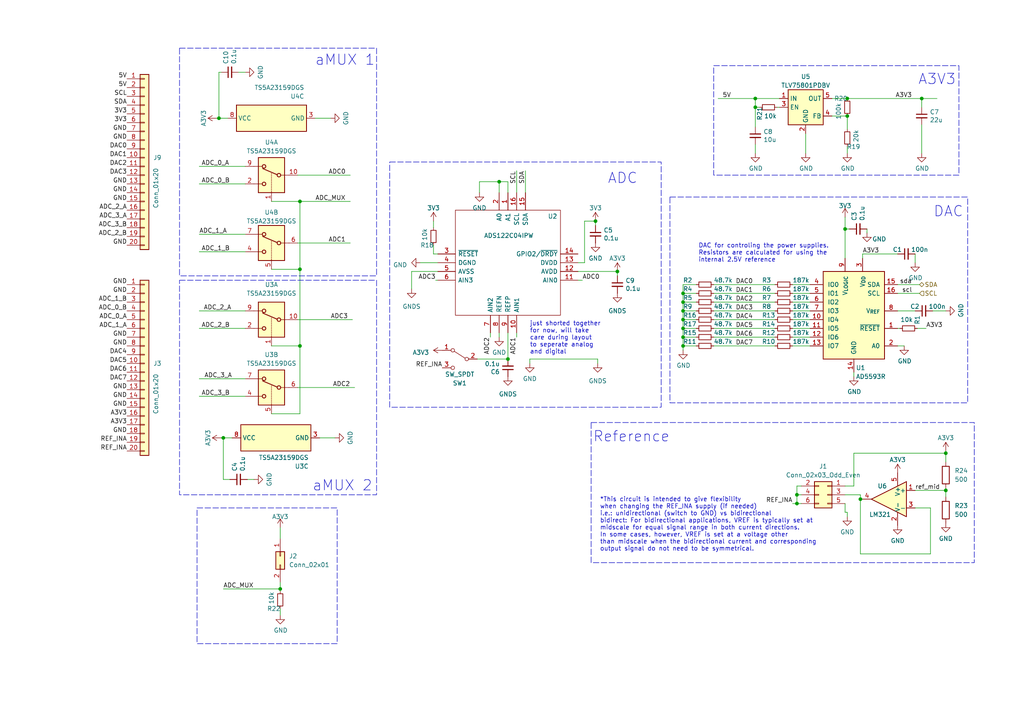
<source format=kicad_sch>
(kicad_sch (version 20231120) (generator "eeschema") (generator_version "8.0")
  (paper "A4")
  (lib_symbols
    (symbol "Amplifier_Operational:LM321" (pin_names (offset 0.127))
      (property "Reference" "U" (at 0 7.62 0))
      (property "Value" "LM321" (at 0 5.08 0))
      (symbol "LM321_1_1"
        (pin input line (at -7.62 2.54 0) (length 2.54) (name "+") (number "1"))
        (pin power_in line (at -2.54 -7.62 90) (length 3.81) (name "V-") (number "2"))
        (pin input line (at -7.62 -2.54 0) (length 2.54) (name "-") (number "3"))
        (pin output line (at 7.62 0 180) (length 2.54) (name "~") (number "4"))
        (pin power_in line (at -2.54 7.62 270) (length 3.81) (name "V+") (number "5"))
      )
    )
    (symbol "Analog:AD5593R" (pin_names (offset 1.27))
      (property "Reference" "U" (at -8.89 15.24 0))
      (property "Value" "AD5593R" (at 3.81 15.24 0))
      (symbol "AD5593R_1_1"
        (pin input line (at -12.7 -2.54 0) (length 3.81) (name "~{RESET}") (number "1"))
        (pin bidirectional line (at 12.7 0 180) (length 3.81) (name "IO4") (number "10"))
        (pin bidirectional line (at 12.7 -2.54 180) (length 3.81) (name "IO5") (number "11"))
        (pin bidirectional line (at 12.7 -5.08 180) (length 3.81) (name "IO6") (number "12"))
        (pin bidirectional line (at 12.7 -7.62 180) (length 3.81) (name "IO7") (number "13"))
        (pin power_in line (at 0 -15.24 90) (length 3.81) (name "GND") (number "14"))
        (pin bidirectional line (at -12.7 10.16 0) (length 3.81) (name "SDA") (number "15"))
        (pin input line (at -12.7 7.62 0) (length 3.81) (name "SCL") (number "16"))
        (pin input line (at -12.7 -7.62 0) (length 3.81) (name "A0") (number "2"))
        (pin power_in line (at -2.54 17.78 270) (length 3.81) (name "V_{DD}") (number "3"))
        (pin bidirectional line (at 12.7 10.16 180) (length 3.81) (name "IO0") (number "4"))
        (pin bidirectional line (at 12.7 7.62 180) (length 3.81) (name "IO1") (number "5"))
        (pin bidirectional line (at 12.7 5.08 180) (length 3.81) (name "IO2") (number "6"))
        (pin bidirectional line (at 12.7 2.54 180) (length 3.81) (name "IO3") (number "7"))
        (pin passive line (at -12.7 2.54 0) (length 3.81) (name "V_{REF}") (number "8"))
        (pin power_in line (at 2.54 17.78 270) (length 3.81) (name "V_{LOGIC}") (number "9"))
      )
    )
    (symbol "Analog_Switch:TS5A23159DGS"
      (property "Reference" "U" (at -5.08 8.89 0))
      (property "Value" "TS5A23159DGS" (at -5.08 6.985 0))
      (symbol "TS5A23159DGS_1_1"
        (pin input line (at 0 -7.62 90) (length 2.54) (name "~") (number "1"))
        (pin passive line (at -7.62 0 0) (length 2.54) (name "~") (number "10"))
        (pin passive line (at 7.62 -2.54 180) (length 2.54) (name "~") (number "2"))
        (pin passive line (at 7.62 2.54 180) (length 2.54) (name "~") (number "9"))
      )
      (symbol "TS5A23159DGS_2_1"
        (pin passive line (at 7.62 -2.54 180) (length 2.54) (name "~") (number "4"))
        (pin input line (at 0 -7.62 90) (length 2.54) (name "~") (number "5"))
        (pin passive line (at -7.62 0 0) (length 2.54) (name "~") (number "6"))
        (pin passive line (at 7.62 2.54 180) (length 2.54) (name "~") (number "7"))
      )
      (symbol "TS5A23159DGS_3_1"
        (pin power_in line (at 0 -12.7 90) (length 2.54) (name "GND") (number "3"))
        (pin power_in line (at 0 12.7 270) (length 2.54) (name "VCC") (number "8"))
      )
    )
    (symbol "Connector_Generic:Conn_01x20" (pin_names (offset 1.016) hide)
      (property "Reference" "J" (at 0 25.4 0))
      (property "Value" "Conn_01x20" (at 0 -27.94 0))
      (symbol "Conn_01x20_1_1"
        (pin passive line (at -5.08 22.86 0) (length 3.81) (name "Pin_1") (number "1"))
        (pin passive line (at -5.08 0 0) (length 3.81) (name "Pin_10") (number "10"))
        (pin passive line (at -5.08 -2.54 0) (length 3.81) (name "Pin_11") (number "11"))
        (pin passive line (at -5.08 -5.08 0) (length 3.81) (name "Pin_12") (number "12"))
        (pin passive line (at -5.08 -7.62 0) (length 3.81) (name "Pin_13") (number "13"))
        (pin passive line (at -5.08 -10.16 0) (length 3.81) (name "Pin_14") (number "14"))
        (pin passive line (at -5.08 -12.7 0) (length 3.81) (name "Pin_15") (number "15"))
        (pin passive line (at -5.08 -15.24 0) (length 3.81) (name "Pin_16") (number "16"))
        (pin passive line (at -5.08 -17.78 0) (length 3.81) (name "Pin_17") (number "17"))
        (pin passive line (at -5.08 -20.32 0) (length 3.81) (name "Pin_18") (number "18"))
        (pin passive line (at -5.08 -22.86 0) (length 3.81) (name "Pin_19") (number "19"))
        (pin passive line (at -5.08 20.32 0) (length 3.81) (name "Pin_2") (number "2"))
        (pin passive line (at -5.08 -25.4 0) (length 3.81) (name "Pin_20") (number "20"))
        (pin passive line (at -5.08 17.78 0) (length 3.81) (name "Pin_3") (number "3"))
        (pin passive line (at -5.08 15.24 0) (length 3.81) (name "Pin_4") (number "4"))
        (pin passive line (at -5.08 12.7 0) (length 3.81) (name "Pin_5") (number "5"))
        (pin passive line (at -5.08 10.16 0) (length 3.81) (name "Pin_6") (number "6"))
        (pin passive line (at -5.08 7.62 0) (length 3.81) (name "Pin_7") (number "7"))
        (pin passive line (at -5.08 5.08 0) (length 3.81) (name "Pin_8") (number "8"))
        (pin passive line (at -5.08 2.54 0) (length 3.81) (name "Pin_9") (number "9"))
      )
    )
    (symbol "Connector_Generic:Conn_02x01" (pin_names (offset 1.016) hide)
      (property "Reference" "J" (at 1.27 2.54 0))
      (property "Value" "Conn_02x01" (at 1.27 -2.54 0))
      (symbol "Conn_02x01_1_1"
        (pin passive line (at -5.08 0 0) (length 3.81) (name "Pin_1") (number "1"))
        (pin passive line (at 7.62 0 180) (length 3.81) (name "Pin_2") (number "2"))
      )
    )
    (symbol "Connector_Generic:Conn_02x03_Odd_Even" (pin_names (offset 1.016) hide)
      (property "Reference" "J" (at 1.27 5.08 0))
      (property "Value" "Conn_02x03_Odd_Even" (at 1.27 -5.08 0))
      (symbol "Conn_02x03_Odd_Even_1_1"
        (pin passive line (at -5.08 2.54 0) (length 3.81) (name "Pin_1") (number "1"))
        (pin passive line (at 7.62 2.54 180) (length 3.81) (name "Pin_2") (number "2"))
        (pin passive line (at -5.08 0 0) (length 3.81) (name "Pin_3") (number "3"))
        (pin passive line (at 7.62 0 180) (length 3.81) (name "Pin_4") (number "4"))
        (pin passive line (at -5.08 -2.54 0) (length 3.81) (name "Pin_5") (number "5"))
        (pin passive line (at 7.62 -2.54 180) (length 3.81) (name "Pin_6") (number "6"))
      )
    )
    (symbol "Device:C_Small" (pin_numbers hide) (pin_names (offset 0.254) hide)
      (property "Reference" "C" (at 0.254 1.778 0))
      (property "Value" "C_Small" (at 0.254 -2.032 0))
      (symbol "C_Small_1_1"
        (pin passive line (at 0 2.54 270) (length 2.032) (name "~") (number "1"))
        (pin passive line (at 0 -2.54 90) (length 2.032) (name "~") (number "2"))
      )
    )
    (symbol "Device:R" (pin_numbers hide) (pin_names (offset 0))
      (property "Reference" "R" (at 2.032 0 90))
      (property "Value" "R" (at 0 0 90))
      (symbol "R_1_1"
        (pin passive line (at 0 3.81 270) (length 1.27) (name "~") (number "1"))
        (pin passive line (at 0 -3.81 90) (length 1.27) (name "~") (number "2"))
      )
    )
    (symbol "Device:R_Small" (pin_numbers hide) (pin_names (offset 0.254) hide)
      (property "Reference" "R" (at 0.762 0.508 0))
      (property "Value" "R_Small" (at 0.762 -1.016 0))
      (symbol "R_Small_1_1"
        (pin passive line (at 0 2.54 270) (length 0.762) (name "~") (number "1"))
        (pin passive line (at 0 -2.54 90) (length 0.762) (name "~") (number "2"))
      )
    )
    (symbol "External-lib:ADS122C04IPW" (pin_names (offset 0.762))
      (property "Reference" "IC" (at 36.83 17.78 0))
      (property "Value" "ADS122C04IPW" (at 36.83 15.24 0))
      (symbol "ADS122C04IPW_0_0"
        (pin passive line (at 22.86 -22.86 90) (length 5.08) (name "AIN1") (number "10"))
        (pin passive line (at 40.64 -7.62 180) (length 5.08) (name "AIN0") (number "11"))
        (pin passive line (at 40.64 -5.08 180) (length 5.08) (name "AVDD") (number "12"))
        (pin passive line (at 40.64 -2.54 180) (length 5.08) (name "DVDD") (number "13"))
        (pin passive line (at 40.64 0 180) (length 5.08) (name "GPIO2/~{DRDY}") (number "14"))
        (pin passive line (at 0 0 0) (length 5.08) (name "~{RESET}") (number "3"))
        (pin passive line (at 0 -2.54 0) (length 5.08) (name "DGND") (number "4"))
        (pin passive line (at 0 -5.08 0) (length 5.08) (name "AVSS") (number "5"))
        (pin passive line (at 0 -7.62 0) (length 5.08) (name "AIN3") (number "6"))
        (pin passive line (at 15.24 -22.86 90) (length 5.08) (name "AIN2") (number "7"))
        (pin passive line (at 17.78 -22.86 90) (length 5.08) (name "REFN") (number "8"))
        (pin passive line (at 20.32 -22.86 90) (length 5.08) (name "REFP") (number "9"))
      )
      (symbol "ADS122C04IPW_1_0"
        (pin passive line (at 20.32 17.78 270) (length 5.08) (name "A1") (number "1"))
        (pin passive line (at 25.4 17.78 270) (length 5.08) (name "SDA") (number "15"))
        (pin passive line (at 22.86 17.78 270) (length 5.08) (name "SCL") (number "16"))
        (pin passive line (at 17.78 17.78 270) (length 5.08) (name "A0") (number "2"))
      )
    )
    (symbol "Regulator_Linear:TLV75801PDBV"
      (property "Reference" "U" (at -3.81 6.35 0))
      (property "Value" "TLV75801PDBV" (at 0 6.35 0))
      (symbol "TLV75801PDBV_1_1"
        (pin power_in line (at -7.62 2.54 0) (length 2.54) (name "IN") (number "1"))
        (pin power_in line (at 0 -7.62 90) (length 2.54) (name "GND") (number "2"))
        (pin input line (at -7.62 0 0) (length 2.54) (name "EN") (number "3"))
        (pin input line (at 7.62 -2.54 180) (length 2.54) (name "FB") (number "4"))
        (pin power_out line (at 7.62 2.54 180) (length 2.54) (name "OUT") (number "5"))
      )
    )
    (symbol "Switch:SW_SPDT" (pin_names (offset 0) hide)
      (property "Reference" "SW" (at 0 4.318 0))
      (property "Value" "SW_SPDT" (at 0 -5.08 0))
      (symbol "SW_SPDT_1_1"
        (pin passive line (at 5.08 2.54 180) (length 2.54) (name "A") (number "1"))
        (pin passive line (at -5.08 0 0) (length 2.54) (name "B") (number "2"))
        (pin passive line (at 5.08 -2.54 180) (length 2.54) (name "C") (number "3"))
      )
    )
    (symbol "power:+3.3V" (power) (pin_names (offset 0))
      (property "Value" "+3.3V" (at 0 3.556 0))
      (symbol "+3.3V_1_1"
        (pin power_in line (at 0 0 90) (length 0) hide (name "+3.3V") (number "1"))
      )
    )
    (symbol "power:+3.3VA" (power) (pin_names (offset 0))
      (property "Value" "+3.3VA" (at 0 3.556 0))
      (symbol "+3.3VA_1_1"
        (pin power_in line (at 0 0 90) (length 0) hide (name "+3.3VA") (number "1"))
      )
    )
    (symbol "power:GND" (power) (pin_names (offset 0))
      (property "Value" "GND" (at 0 -3.81 0))
      (symbol "GND_1_1"
        (pin power_in line (at 0 0 270) (length 0) hide (name "GND") (number "1"))
      )
    )
    (symbol "power:GNDS" (power) (pin_names (offset 0))
      (property "Value" "GNDS" (at 0 -3.81 0))
      (symbol "GNDS_1_1"
        (pin power_in line (at 0 0 270) (length 0) hide (name "GNDS") (number "1"))
      )
    )
  )
  (junction (at 219.075 28.575))
  (junction (at 86.995 100.33))
  (junction (at 81.28 170.815))
  (junction (at 63.5 34.29))
  (junction (at 245.745 33.655))
  (junction (at 249.555 144.78))
  (junction (at 198.12 90.17))
  (junction (at 219.075 31.115))
  (junction (at 179.07 78.74))
  (junction (at 198.12 97.79))
  (junction (at 86.995 58.42))
  (junction (at 172.72 64.135))
  (junction (at 274.32 131.445))
  (junction (at 231.14 146.05))
  (junction (at 267.335 28.575))
  (junction (at 198.12 85.09))
  (junction (at 274.32 142.24))
  (junction (at 147.32 104.14))
  (junction (at 198.12 87.63))
  (junction (at 245.745 28.575))
  (junction (at 144.78 52.705))
  (junction (at 245.11 66.421))
  (junction (at 86.995 78.105))
  (junction (at 198.12 100.33))
  (junction (at 198.12 92.71))
  (junction (at 64.77 127))
  (junction (at 198.12 95.25))
  (junction (at 231.14 143.51))
  (wire (pts (xy 249.555 144.78) (xy 249.555 160.655)))
  (wire (pts (xy 198.12 95.25) (xy 198.12 97.79)))
  (wire (pts (xy 245.11 148.59) (xy 245.745 148.59)))
  (wire (pts (xy 144.78 52.705) (xy 144.78 55.88)))
  (wire (pts (xy 57.785 73.025) (xy 71.12 73.025)))
  (wire (pts (xy 81.28 153.035) (xy 81.28 156.21)))
  (wire (pts (xy 64.77 139.065) (xy 64.77 127)))
  (wire (pts (xy 207.01 97.79) (xy 224.79 97.79)))
  (wire (pts (xy 231.14 140.97) (xy 231.14 143.51)))
  (wire (pts (xy 126.365 81.28) (xy 127 81.28)))
  (wire (pts (xy 64.77 127) (xy 67.31 127)))
  (wire (pts (xy 149.86 97.79) (xy 149.86 96.52)))
  (wire (pts (xy 119.38 83.82) (xy 119.38 78.74)))
  (wire (pts (xy 198.12 85.09) (xy 201.93 85.09)))
  (wire (pts (xy 139.065 52.705) (xy 144.78 52.705)))
  (wire (pts (xy 274.32 130.81) (xy 274.32 131.445)))
  (wire (pts (xy 233.68 44.45) (xy 233.68 38.735)))
  (wire (pts (xy 138.43 104.14) (xy 147.32 104.14)))
  (wire (pts (xy 152.4 49.53) (xy 152.4 55.88)))
  (wire (pts (xy 69.215 20.955) (xy 71.12 20.955)))
  (wire (pts (xy 267.335 28.575) (xy 271.78 28.575)))
  (wire (pts (xy 219.075 28.575) (xy 219.075 31.115)))
  (wire (pts (xy 198.12 92.71) (xy 198.12 95.25)))
  (wire (pts (xy 198.12 82.55) (xy 201.93 82.55)))
  (wire (pts (xy 57.785 114.935) (xy 71.12 114.935)))
  (wire (pts (xy 250.19 73.66) (xy 260.35 73.66)))
  (wire (pts (xy 142.24 97.79) (xy 142.24 96.52)))
  (wire (pts (xy 125.73 73.66) (xy 127 73.66)))
  (wire (pts (xy 144.78 52.705) (xy 147.32 52.705)))
  (wire (pts (xy 121.92 76.2) (xy 127 76.2)))
  (wire (pts (xy 245.745 42.545) (xy 245.745 44.45)))
  (wire (pts (xy 229.87 87.63) (xy 234.95 87.63)))
  (wire (pts (xy 229.87 146.05) (xy 231.14 146.05)))
  (wire (pts (xy 245.745 28.575) (xy 267.335 28.575)))
  (wire (pts (xy 265.43 147.32) (xy 269.875 147.32)))
  (wire (pts (xy 78.74 78.105) (xy 86.995 78.105)))
  (wire (pts (xy 245.745 148.59) (xy 245.745 149.86)))
  (wire (pts (xy 267.335 28.575) (xy 267.335 31.115)))
  (wire (pts (xy 241.3 28.575) (xy 245.745 28.575)))
  (wire (pts (xy 274.32 142.24) (xy 274.32 144.145)))
  (wire (pts (xy 198.12 87.63) (xy 201.93 87.63)))
  (wire (pts (xy 169.545 64.135) (xy 169.545 76.2)))
  (wire (pts (xy 173.355 104.14) (xy 173.355 105.41)))
  (wire (pts (xy 139.065 55.88) (xy 139.065 52.705)))
  (wire (pts (xy 149.86 55.88) (xy 149.86 49.53)))
  (wire (pts (xy 269.875 147.32) (xy 269.875 160.655)))
  (wire (pts (xy 229.87 95.25) (xy 234.95 95.25)))
  (wire (pts (xy 207.01 85.09) (xy 224.79 85.09)))
  (wire (pts (xy 225.425 31.115) (xy 226.06 31.115)))
  (wire (pts (xy 119.38 78.74) (xy 127 78.74)))
  (wire (pts (xy 125.73 71.12) (xy 125.73 73.66)))
  (wire (pts (xy 198.12 90.17) (xy 198.12 92.71)))
  (wire (pts (xy 229.87 85.09) (xy 234.95 85.09)))
  (wire (pts (xy 207.01 90.17) (xy 224.79 90.17)))
  (wire (pts (xy 64.135 20.955) (xy 63.5 20.955)))
  (wire (pts (xy 78.74 100.33) (xy 86.995 100.33)))
  (wire (pts (xy 125.73 64.135) (xy 125.73 66.04)))
  (wire (pts (xy 198.12 97.79) (xy 198.12 100.33)))
  (wire (pts (xy 245.11 140.97) (xy 247.65 140.97)))
  (wire (pts (xy 270.51 90.17) (xy 274.32 90.17)))
  (wire (pts (xy 219.075 31.115) (xy 220.345 31.115)))
  (wire (pts (xy 260.35 100.33) (xy 262.255 100.33)))
  (wire (pts (xy 219.075 31.115) (xy 219.075 36.83)))
  (wire (pts (xy 265.43 73.66) (xy 265.43 76.2)))
  (wire (pts (xy 57.785 67.945) (xy 71.12 67.945)))
  (wire (pts (xy 267.335 36.195) (xy 267.335 44.45)))
  (wire (pts (xy 232.41 140.97) (xy 231.14 140.97)))
  (wire (pts (xy 64.135 127) (xy 64.77 127)))
  (wire (pts (xy 208.28 28.575) (xy 219.075 28.575)))
  (wire (pts (xy 198.12 87.63) (xy 198.12 90.17)))
  (wire (pts (xy 86.995 78.105) (xy 86.995 58.42)))
  (wire (pts (xy 198.12 95.25) (xy 201.93 95.25)))
  (wire (pts (xy 91.44 34.29) (xy 95.885 34.29)))
  (wire (pts (xy 147.32 52.705) (xy 147.32 55.88)))
  (wire (pts (xy 147.32 104.14) (xy 147.32 96.52)))
  (wire (pts (xy 231.14 146.05) (xy 232.41 146.05)))
  (wire (pts (xy 179.07 78.74) (xy 179.07 80.01)))
  (wire (pts (xy 86.36 50.8) (xy 101.6 50.8)))
  (wire (pts (xy 167.64 78.74) (xy 179.07 78.74)))
  (wire (pts (xy 57.785 95.25) (xy 71.12 95.25)))
  (wire (pts (xy 86.36 92.71) (xy 102.235 92.71)))
  (wire (pts (xy 92.71 127) (xy 97.155 127)))
  (wire (pts (xy 81.28 168.91) (xy 81.28 170.815)))
  (wire (pts (xy 78.74 58.42) (xy 86.995 58.42)))
  (wire (pts (xy 245.11 62.992) (xy 245.11 66.421)))
  (wire (pts (xy 167.64 76.2) (xy 169.545 76.2)))
  (wire (pts (xy 266.7 85.09) (xy 260.35 85.09)))
  (wire (pts (xy 245.11 148.59) (xy 245.11 146.05)))
  (wire (pts (xy 66.675 139.065) (xy 64.77 139.065)))
  (wire (pts (xy 245.11 66.421) (xy 246.38 66.421)))
  (wire (pts (xy 153.67 105.41) (xy 153.67 104.14)))
  (wire (pts (xy 198.12 100.33) (xy 198.12 101.6)))
  (wire (pts (xy 172.72 64.135) (xy 172.72 65.405)))
  (wire (pts (xy 266.065 95.25) (xy 268.605 95.25)))
  (wire (pts (xy 57.785 48.26) (xy 71.12 48.26)))
  (wire (pts (xy 63.5 20.955) (xy 63.5 34.29)))
  (wire (pts (xy 86.995 78.105) (xy 86.995 100.33)))
  (wire (pts (xy 219.075 28.575) (xy 226.06 28.575)))
  (wire (pts (xy 198.12 100.33) (xy 201.93 100.33)))
  (wire (pts (xy 251.46 67.564) (xy 251.46 66.421)))
  (wire (pts (xy 250.19 73.66) (xy 250.19 74.93)))
  (wire (pts (xy 57.785 109.855) (xy 71.12 109.855)))
  (wire (pts (xy 207.01 82.55) (xy 224.79 82.55)))
  (wire (pts (xy 249.555 143.51) (xy 249.555 144.78)))
  (wire (pts (xy 86.36 70.485) (xy 101.6 70.485)))
  (wire (pts (xy 81.28 176.53) (xy 81.28 178.435)))
  (wire (pts (xy 260.35 82.55) (xy 266.7 82.55)))
  (wire (pts (xy 229.87 92.71) (xy 234.95 92.71)))
  (wire (pts (xy 245.11 143.51) (xy 249.555 143.51)))
  (wire (pts (xy 245.745 33.655) (xy 245.745 37.465)))
  (wire (pts (xy 168.91 81.28) (xy 167.64 81.28)))
  (wire (pts (xy 198.12 90.17) (xy 201.93 90.17)))
  (wire (pts (xy 153.67 104.14) (xy 173.355 104.14)))
  (wire (pts (xy 169.545 64.135) (xy 172.72 64.135)))
  (wire (pts (xy 274.32 131.445) (xy 247.65 131.445)))
  (wire (pts (xy 219.075 41.91) (xy 219.075 44.45)))
  (wire (pts (xy 57.785 90.17) (xy 71.12 90.17)))
  (wire (pts (xy 144.78 97.79) (xy 144.78 96.52)))
  (wire (pts (xy 274.32 131.445) (xy 274.32 133.985)))
  (wire (pts (xy 247.65 109.22) (xy 247.65 107.95)))
  (wire (pts (xy 207.01 95.25) (xy 224.79 95.25)))
  (wire (pts (xy 231.14 143.51) (xy 231.14 146.05)))
  (wire (pts (xy 229.87 90.17) (xy 234.95 90.17)))
  (wire (pts (xy 265.43 142.24) (xy 274.32 142.24)))
  (wire (pts (xy 64.77 170.815) (xy 81.28 170.815)))
  (wire (pts (xy 198.12 85.09) (xy 198.12 87.63)))
  (wire (pts (xy 63.5 34.29) (xy 66.04 34.29)))
  (wire (pts (xy 229.87 100.33) (xy 234.95 100.33)))
  (wire (pts (xy 229.87 97.79) (xy 234.95 97.79)))
  (wire (pts (xy 247.65 131.445) (xy 247.65 140.97)))
  (wire (pts (xy 274.32 141.605) (xy 274.32 142.24)))
  (wire (pts (xy 57.785 53.34) (xy 71.12 53.34)))
  (wire (pts (xy 71.755 139.065) (xy 73.66 139.065)))
  (wire (pts (xy 207.01 100.33) (xy 224.79 100.33)))
  (wire (pts (xy 260.35 90.17) (xy 265.43 90.17)))
  (wire (pts (xy 229.87 82.55) (xy 234.95 82.55)))
  (wire (pts (xy 198.12 97.79) (xy 201.93 97.79)))
  (wire (pts (xy 249.555 144.78) (xy 250.19 144.78)))
  (wire (pts (xy 207.01 87.63) (xy 224.79 87.63)))
  (wire (pts (xy 231.14 143.51) (xy 232.41 143.51)))
  (wire (pts (xy 81.28 170.815) (xy 81.28 171.45)))
  (wire (pts (xy 269.875 160.655) (xy 249.555 160.655)))
  (wire (pts (xy 241.3 33.655) (xy 245.745 33.655)))
  (wire (pts (xy 86.36 112.395) (xy 102.87 112.395)))
  (wire (pts (xy 86.995 58.42) (xy 101.6 58.42)))
  (wire (pts (xy 198.12 82.55) (xy 198.12 85.09)))
  (wire (pts (xy 198.12 92.71) (xy 201.93 92.71)))
  (wire (pts (xy 86.995 120.015) (xy 86.995 100.33)))
  (wire (pts (xy 62.865 34.29) (xy 63.5 34.29)))
  (wire (pts (xy 245.11 66.421) (xy 245.11 74.93)))
  (wire (pts (xy 207.01 92.71) (xy 224.79 92.71)))
  (wire (pts (xy 260.985 95.25) (xy 260.35 95.25)))
  (wire (pts (xy 78.74 120.015) (xy 86.995 120.015)))
  (rectangle (start 194.31 57.15) (end 280.67 116.84) (stroke (width 0) (type dash)))
  (rectangle (start 57.15 147.32) (end 97.79 186.69) (stroke (width 0) (type dash)))
  (rectangle (start 207.01 19.05) (end 278.13 50.8) (stroke (width 0) (type dash)))
  (rectangle (start 52.07 81.28) (end 109.22 143.51) (stroke (width 0) (type dash)))
  (rectangle (start 113.03 46.99) (end 191.77 118.11) (stroke (width 0) (type dash)))
  (rectangle (start 171.45 122.555) (end 282.575 163.195) (stroke (width 0) (type dash)))
  (rectangle (start 52.07 13.97) (end 109.22 80.01) (stroke (width 0) (type dash)))
  (text "Reference" (at 183.134 126.746 0) (effects (font (size 3 3))))
  (text "*This circuit is intended to give flexibility \nwhen changing the REF_INA supply (if needed)\ni.e.: unidirectional (switch to GND) vs bidirectional\nbidirect: For bidirectional applications, VREF is typically set at\nmidscale for equal signal range in both current directions. \nIn some cases, however, VREF is set at a voltage other\nthan midscale when the bidirectional current and corresponding \noutput signal do not need to be symmetrical." (at 173.99 160.02 0) (effects (font (size 1.27 1.27)) (justify left bottom)))
  (text "aMUX 2" (at 99.314 140.97 0) (effects (font (size 3 3))))
  (text "DAC for controling the power supplies.\nResistors are calculated for using the \ninternal 2.5V reference " (at 202.565 76.2 0) (effects (font (size 1.27 1.27)) (justify left bottom)))
  (text "aMUX 1" (at 100.076 17.526 0) (effects (font (size 3 3))))
  (text "just shorted together \nfor now, will take \ncare during layout \nto seperate analog \nand digital" (at 153.67 102.87 0) (effects (font (size 1.27 1.27)) (justify left bottom)))
  (text "A3V3" (at 271.78 23.114 0) (effects (font (size 3 3))))
  (text "ADC" (at 180.594 51.816 0) (effects (font (size 3 3))))
  (text "DAC" (at 275.082 61.468 0) (effects (font (size 3 3))))
  (label "sda" (at 260.985 82.55 0))
  (label "ADC_MUX" (at 64.77 170.815 0))
  (label "ADC1" (at 95.25 70.485 0))
  (label "ADC_0_B" (at 58.42 53.34 0))
  (label "ADC_0_B" (at 36.83 90.17 180))
  (label "GND" (at 36.83 71.12 180))
  (label "GND" (at 36.83 100.33 180))
  (label "A3V3" (at 259.715 28.575 0))
  (label "ADC_3_B" (at 36.83 66.04 180))
  (label "SCL" (at 149.86 53.34 90))
  (label "GND" (at 36.83 40.64 180))
  (label "ADC_2_B" (at 58.42 95.25 0))
  (label "ADC_2_A" (at 36.83 60.96 180))
  (label "scl" (at 261.62 85.09 0))
  (label "REF_INA" (at 36.83 130.81 180))
  (label "ADC_3_B" (at 58.42 114.935 0))
  (label "DAC7" (at 213.36 100.33 0))
  (label "ADC_2_B" (at 36.83 68.58 180))
  (label "GND" (at 36.83 125.73 180))
  (label "ADC_1_A" (at 57.785 67.945 0))
  (label "ADC3" (at 126.365 81.28 180))
  (label "5V" (at 36.83 22.86 180))
  (label "GND" (at 36.83 55.88 180))
  (label "A3V3" (at 36.83 123.19 180))
  (label "REF_INA" (at 36.83 128.27 180))
  (label "DAC2" (at 213.36 87.63 0))
  (label "ADC_0_A" (at 36.83 92.71 180))
  (label "ADC_0_A" (at 58.42 48.26 0))
  (label "GND" (at 36.83 113.03 180))
  (label "ADC0" (at 95.25 50.8 0))
  (label "DAC6" (at 36.83 107.95 180))
  (label "5V" (at 36.83 25.4 180))
  (label "DAC0" (at 36.83 43.18 180))
  (label "GND" (at 36.83 97.79 180))
  (label "DAC7" (at 36.83 110.49 180))
  (label "ADC2" (at 96.52 112.395 0))
  (label "ADC_3_A" (at 67.31 109.855 180))
  (label "GND" (at 36.83 53.34 180))
  (label "SCL" (at 36.83 27.94 180))
  (label "GND" (at 36.83 82.55 180))
  (label "GND" (at 36.83 118.11 180))
  (label "SDA" (at 36.83 30.48 180))
  (label "ADC_1_B" (at 36.83 87.63 180))
  (label "ADC2" (at 142.24 97.79 270))
  (label "3V3" (at 36.83 33.02 180))
  (label "ADC_MUX" (at 91.44 58.42 0))
  (label "A3V3" (at 268.605 95.25 0))
  (label "DAC3" (at 36.83 50.8 180))
  (label "DAC5" (at 36.83 105.41 180))
  (label "DAC6" (at 213.36 97.79 0))
  (label "DAC0" (at 213.36 82.55 0))
  (label "3V3" (at 36.83 35.56 180))
  (label "ADC0" (at 168.91 81.28 0))
  (label "GND" (at 36.83 115.57 180))
  (label "ADC_3_A" (at 36.83 63.5 180))
  (label "DAC3" (at 213.36 90.17 0))
  (label "DAC4" (at 36.83 102.87 180))
  (label "DAC1" (at 36.83 45.72 180))
  (label "ADC1" (at 149.86 97.79 270))
  (label "ADC3" (at 95.885 92.71 0))
  (label "ADC_1_B" (at 58.42 73.025 0))
  (label "DAC5" (at 213.36 95.25 0))
  (label "GND" (at 36.83 58.42 180))
  (label "5V" (at 209.55 28.575 0))
  (label "SDA" (at 152.4 53.34 90))
  (label "REF_INA" (at 229.87 146.05 180))
  (label "ref_mid" (at 265.43 142.24 0))
  (label "GND" (at 36.83 38.1 180))
  (label "DAC4" (at 213.36 92.71 0))
  (label "GND" (at 36.83 85.09 180))
  (label "ADC_2_A" (at 59.055 90.17 0))
  (label "A3V3" (at 250.19 73.66 0))
  (label "DAC1" (at 213.36 85.09 0))
  (label "DAC2" (at 36.83 48.26 180))
  (label "ADC_1_A" (at 36.83 95.25 180))
  (label "A3V3" (at 36.83 120.65 180))
  (label "REF_INA" (at 128.27 106.68 180))
  (hierarchical_label "SCL" (shape input) (at 266.7 85.09 0))
  (hierarchical_label "SDA" (shape bidirectional) (at 266.7 82.55 0))
  (symbol (lib_id "power:GND") (at 233.68 44.45 0) (unit 1)
    (property "Reference" "#PWR26" (effects (hide yes)))
    (property "Value" "GND" (at 233.807 48.8442 0))
  )
  (symbol (lib_id "power:+3.3VA") (at 128.27 101.6 90) (unit 1)
    (property "Reference" "#PWR23" (effects (hide yes)))
    (property "Value" "A3V3" (at 124.46 102.235 90) (effects (justify left)))
  )
  (symbol (lib_id "Analog_Switch:TS5A23159DGS") (at 78.74 112.395 0) (mirror y) (unit 2)
    (property "Reference" "U3" (at 78.74 102.87 0))
    (property "Value" "TS5A23159DGS" (at 78.74 105.41 0))
    (property "Footprint" "Package_SO:VSSOP-10_3x3mm_P0.5mm" (effects (hide yes)))
    (property "Datasheet" "http://www.ti.com/lit/ds/symlink/ts5a23159.pdf" (effects (hide yes)))
    (property "LCSC" "C42751" (effects (hide yes)))
  )
  (symbol (lib_id "power:GND") (at 247.65 109.22 0) (unit 1)
    (property "Reference" "#PWR3" (effects (hide yes)))
    (property "Value" "GND" (at 247.777 113.6142 0))
  )
  (symbol (lib_id "power:+3.3V") (at 125.73 64.135 0) (unit 1)
    (property "Reference" "#PWR22" (effects (hide yes)))
    (property "Value" "3V3" (at 125.73 60.325 0))
  )
  (symbol (lib_id "power:GND") (at 73.66 139.065 90) (unit 1)
    (property "Reference" "#PWR10" (effects (hide yes)))
    (property "Value" "GND" (at 78.105 139.065 0))
  )
  (symbol (lib_id "Device:R_Small") (at 227.33 87.63 270) (mirror x) (unit 1)
    (property "Reference" "R7" (at 220.98 86.36 90) (effects (justify left)))
    (property "Value" "187k" (at 229.87 86.36 90) (effects (justify left)))
    (property "Footprint" "Resistor_SMD:R_0603_1608Metric" (effects (hide yes)))
    (property "Digikey Part Number" "P10KGCT-ND" (effects (hide yes)))
    (property "Mouser Part Number" "667-ERJ-3GEYJ103V" (effects (hide yes)))
  )
  (symbol (lib_id "power:GNDS") (at 147.32 109.22 0) (unit 1)
    (property "Reference" "#PWR28" (effects (hide yes)))
    (property "Value" "GNDS" (at 147.32 114.3 0))
  )
  (symbol (lib_id "Device:R_Small") (at 245.745 31.115 0) (mirror x) (unit 1)
    (property "Reference" "R20" (at 241.935 28.575 0) (effects (justify left)))
    (property "Value" "100k" (at 243.205 29.845 90) (effects (justify left)))
    (property "Footprint" "Resistor_SMD:R_0603_1608Metric" (effects (hide yes)))
    (property "Digikey Part Number" "P10KGCT-ND" (effects (hide yes)))
    (property "Mouser Part Number" "667-ERJ-3GEYJ103V" (effects (hide yes)))
  )
  (symbol (lib_id "power:GND") (at 245.745 149.86 0) (unit 1)
    (property "Reference" "#PWR29" (effects (hide yes)))
    (property "Value" "GND" (at 245.745 154.305 0))
  )
  (symbol (lib_id "power:GND") (at 262.255 100.33 0) (unit 1)
    (property "Reference" "#PWR5" (effects (hide yes)))
    (property "Value" "GND" (at 262.382 104.7242 0))
  )
  (symbol (lib_id "Device:R_Small") (at 227.33 100.33 270) (mirror x) (unit 1)
    (property "Reference" "R10" (at 220.98 99.06 90) (effects (justify left)))
    (property "Value" "187k" (at 229.87 99.06 90) (effects (justify left)))
    (property "Footprint" "Resistor_SMD:R_0603_1608Metric" (effects (hide yes)))
    (property "Digikey Part Number" "P10KGCT-ND" (effects (hide yes)))
    (property "Mouser Part Number" "667-ERJ-3GEYJ103V" (effects (hide yes)))
  )
  (symbol (lib_id "Device:R_Small") (at 204.47 85.09 270) (mirror x) (unit 1)
    (property "Reference" "R4" (at 198.12 83.82 90) (effects (justify left)))
    (property "Value" "48.7k" (at 207.01 83.82 90) (effects (justify left)))
    (property "Footprint" "Resistor_SMD:R_0603_1608Metric" (effects (hide yes)))
    (property "Digikey Part Number" "P10KGCT-ND" (effects (hide yes)))
    (property "Mouser Part Number" "667-ERJ-3GEYJ103V" (effects (hide yes)))
  )
  (symbol (lib_id "Device:C_Small") (at 69.215 139.065 90) (unit 1)
    (property "Reference" "C4" (at 68.0466 136.7282 0) (effects (justify left)))
    (property "Value" "0.1u" (at 70.358 136.7282 0) (effects (justify left)))
    (property "Footprint" "Capacitor_SMD:C_0603_1608Metric" (effects (hide yes)))
    (property "Digikey Part Number" "399-9158-1-ND" (effects (hide yes)))
    (property "Mouser Part Number" "80-C0805C104Z3V" (effects (hide yes)))
    (property "LCSC" "C19702" (effects (hide yes)))
  )
  (symbol (lib_id "Device:R_Small") (at 222.885 31.115 270) (mirror x) (unit 1)
    (property "Reference" "R21" (at 220.345 34.925 0) (effects (justify left)))
    (property "Value" "10k" (at 221.615 33.655 90) (effects (justify left)))
    (property "Footprint" "Resistor_SMD:R_0603_1608Metric" (effects (hide yes)))
    (property "Digikey Part Number" "P10KGCT-ND" (effects (hide yes)))
    (property "Mouser Part Number" "667-ERJ-3GEYJ103V" (effects (hide yes)))
    (property "LCSC" "C98220" (effects (hide yes)))
  )
  (symbol (lib_id "Regulator_Linear:TLV75801PDBV") (at 233.68 31.115 0) (unit 1)
    (property "Reference" "U5" (at 233.68 22.225 0))
    (property "Value" "TLV75801PDBV" (at 233.68 24.765 0))
    (property "Footprint" "Package_TO_SOT_SMD:SOT-23-5" (effects (hide yes)))
    (property "Datasheet" "https://www.ti.com/lit/ds/symlink/tlv758p.pdf" (effects (hide yes)))
    (property "LCSC" "C2877852" (effects (hide yes)))
  )
  (symbol (lib_id "Switch:SW_SPDT") (at 133.35 104.14 0) (mirror y) (unit 1)
    (property "Reference" "SW1" (at 133.35 111.125 0))
    (property "Value" "SW_SPDT" (at 133.35 108.585 0))
    (property "Footprint" "Button_Switch_SMD:SW_SPDT_PCM12" (effects (hide yes)))
  )
  (symbol (lib_id "Device:R_Small") (at 204.47 87.63 270) (mirror x) (unit 1)
    (property "Reference" "R5" (at 198.12 86.36 90) (effects (justify left)))
    (property "Value" "48.7k" (at 207.01 86.36 90) (effects (justify left)))
    (property "Footprint" "Resistor_SMD:R_0603_1608Metric" (effects (hide yes)))
    (property "Digikey Part Number" "P10KGCT-ND" (effects (hide yes)))
    (property "Mouser Part Number" "667-ERJ-3GEYJ103V" (effects (hide yes)))
  )
  (symbol (lib_id "Device:R_Small") (at 204.47 100.33 270) (mirror x) (unit 1)
    (property "Reference" "R11" (at 198.12 99.06 90) (effects (justify left)))
    (property "Value" "48.7k" (at 207.01 99.06 90) (effects (justify left)))
    (property "Footprint" "Resistor_SMD:R_0603_1608Metric" (effects (hide yes)))
    (property "Digikey Part Number" "P10KGCT-ND" (effects (hide yes)))
    (property "Mouser Part Number" "667-ERJ-3GEYJ103V" (effects (hide yes)))
  )
  (symbol (lib_id "power:GND") (at 121.92 76.2 270) (unit 1)
    (property "Reference" "#PWR21" (effects (hide yes)))
    (property "Value" "GND" (at 118.11 76.835 90) (effects (justify right)))
  )
  (symbol (lib_id "Device:R_Small") (at 227.33 90.17 270) (mirror x) (unit 1)
    (property "Reference" "R8" (at 220.98 88.9 90) (effects (justify left)))
    (property "Value" "187k" (at 229.87 88.9 90) (effects (justify left)))
    (property "Footprint" "Resistor_SMD:R_0603_1608Metric" (effects (hide yes)))
    (property "Digikey Part Number" "P10KGCT-ND" (effects (hide yes)))
    (property "Mouser Part Number" "667-ERJ-3GEYJ103V" (effects (hide yes)))
  )
  (symbol (lib_id "power:GND") (at 260.35 152.4 0) (unit 1)
    (property "Reference" "#PWR33" (effects (hide yes)))
    (property "Value" "GND" (at 260.35 156.845 0))
  )
  (symbol (lib_id "Device:C_Small") (at 172.72 67.945 0) (unit 1)
    (property "Reference" "C5" (at 175.0568 66.7766 0) (effects (justify left)))
    (property "Value" "0.1u" (at 175.0568 69.088 0) (effects (justify left)))
    (property "Footprint" "Capacitor_SMD:C_0603_1608Metric" (effects (hide yes)))
    (property "Digikey Part Number" "399-9158-1-ND" (effects (hide yes)))
    (property "Mouser Part Number" "80-C0805C104Z3V" (effects (hide yes)))
    (property "LCSC" "C19702" (effects (hide yes)))
  )
  (symbol (lib_id "Device:R_Small") (at 227.33 97.79 270) (mirror x) (unit 1)
    (property "Reference" "R12" (at 220.98 96.52 90) (effects (justify left)))
    (property "Value" "187k" (at 229.87 96.52 90) (effects (justify left)))
    (property "Footprint" "Resistor_SMD:R_0603_1608Metric" (effects (hide yes)))
    (property "Digikey Part Number" "P10KGCT-ND" (effects (hide yes)))
    (property "Mouser Part Number" "667-ERJ-3GEYJ103V" (effects (hide yes)))
  )
  (symbol (lib_id "Device:R_Small") (at 204.47 92.71 270) (mirror x) (unit 1)
    (property "Reference" "R16" (at 198.12 91.44 90) (effects (justify left)))
    (property "Value" "48.7k" (at 207.01 91.44 90) (effects (justify left)))
    (property "Footprint" "Resistor_SMD:R_0603_1608Metric" (effects (hide yes)))
    (property "Digikey Part Number" "P10KGCT-ND" (effects (hide yes)))
    (property "Mouser Part Number" "667-ERJ-3GEYJ103V" (effects (hide yes)))
  )
  (symbol (lib_id "power:GNDS") (at 179.07 85.09 0) (unit 1)
    (property "Reference" "#PWR39" (effects (hide yes)))
    (property "Value" "GNDS" (at 179.07 90.17 0))
  )
  (symbol (lib_id "power:GND") (at 219.075 44.45 0) (unit 1)
    (property "Reference" "#PWR24" (effects (hide yes)))
    (property "Value" "GND" (at 219.202 48.8442 0))
  )
  (symbol (lib_id "power:GND") (at 144.78 97.79 0) (unit 1)
    (property "Reference" "#PWR27" (effects (hide yes)))
    (property "Value" "GND" (at 144.78 102.235 0))
  )
  (symbol (lib_id "Analog_Switch:TS5A23159DGS") (at 80.01 127 90) (unit 3)
    (property "Reference" "U3" (at 89.535 135.255 90) (effects (justify left)))
    (property "Value" "TS5A23159DGS" (at 89.535 132.715 90) (effects (justify left)))
    (property "Footprint" "Package_SO:VSSOP-10_3x3mm_P0.5mm" (effects (hide yes)))
    (property "Datasheet" "http://www.ti.com/lit/ds/symlink/ts5a23159.pdf" (effects (hide yes)))
    (property "LCSC" "C42751" (effects (hide yes)))
  )
  (symbol (lib_id "power:+3.3VA") (at 64.135 127 90) (unit 1)
    (property "Reference" "#PWR11" (effects (hide yes)))
    (property "Value" "A3V3" (at 60.325 127 0))
  )
  (symbol (lib_id "Connector_Generic:Conn_01x20") (at 41.91 105.41 0) (unit 1)
    (property "Reference" "J3" (at 44.45 105.4099 0) (effects (justify left)))
    (property "Value" "Conn_01x20" (at 45.212 120.142 90) (effects (justify left)))
    (property "Footprint" "Connector_PinHeader_1.27mm:PinHeader_1x20_P1.27mm_Vertical" (effects (hide yes)))
    (property "Description" "Generic connector, single row, 01x20, script generated (kicad-library-utils/schlib/autogen/connector/)" (effects (hide yes)))
  )
  (symbol (lib_id "Connector_Generic:Conn_01x20") (at 41.91 45.72 0) (unit 1)
    (property "Reference" "J9" (at 44.45 45.7199 0) (effects (justify left)))
    (property "Value" "Conn_01x20" (at 45.212 60.452 90) (effects (justify left)))
    (property "Footprint" "Connector_PinHeader_1.27mm:PinHeader_1x20_P1.27mm_Vertical" (effects (hide yes)))
    (property "Description" "Generic connector, single row, 01x20, script generated (kicad-library-utils/schlib/autogen/connector/)" (effects (hide yes)))
  )
  (symbol (lib_id "Device:R_Small") (at 125.73 68.58 0) (unit 1)
    (property "Reference" "R18" (at 121.92 71.12 0) (effects (justify left)))
    (property "Value" "10k" (at 123.19 69.85 90) (effects (justify left)))
    (property "Footprint" "Resistor_SMD:R_0603_1608Metric" (effects (hide yes)))
    (property "Digikey Part Number" "P10KGCT-ND" (effects (hide yes)))
    (property "Mouser Part Number" "667-ERJ-3GEYJ103V" (effects (hide yes)))
    (property "LCSC" "C98220" (effects (hide yes)))
  )
  (symbol (lib_id "Analog_Switch:TS5A23159DGS") (at 78.74 92.71 0) (mirror y) (unit 1)
    (property "Reference" "U3" (at 78.74 82.55 0))
    (property "Value" "TS5A23159DGS" (at 78.74 85.09 0))
    (property "Footprint" "Package_SO:VSSOP-10_3x3mm_P0.5mm" (effects (hide yes)))
    (property "Datasheet" "http://www.ti.com/lit/ds/symlink/ts5a23159.pdf" (effects (hide yes)))
    (property "LCSC" "C42751" (effects (hide yes)))
  )
  (symbol (lib_id "Device:R_Small") (at 204.47 82.55 270) (mirror x) (unit 1)
    (property "Reference" "R2" (at 198.12 81.28 90) (effects (justify left)))
    (property "Value" "48.7k" (at 207.01 81.28 90) (effects (justify left)))
    (property "Footprint" "Resistor_SMD:R_0603_1608Metric" (effects (hide yes)))
    (property "Digikey Part Number" "P10KGCT-ND" (effects (hide yes)))
    (property "Mouser Part Number" "667-ERJ-3GEYJ103V" (effects (hide yes)))
  )
  (symbol (lib_id "power:GND") (at 81.28 178.435 0) (unit 1)
    (property "Reference" "#PWR9" (effects (hide yes)))
    (property "Value" "GND" (at 81.407 182.8292 0))
  )
  (symbol (lib_id "power:+3.3VA") (at 62.865 34.29 90) (unit 1)
    (property "Reference" "#PWR13" (effects (hide yes)))
    (property "Value" "A3V3" (at 59.055 34.29 0))
  )
  (symbol (lib_id "power:GND") (at 95.885 34.29 90) (unit 1)
    (property "Reference" "#PWR14" (effects (hide yes)))
    (property "Value" "GND" (at 100.33 34.29 0))
  )
  (symbol (lib_id "Device:R_Small") (at 227.33 92.71 270) (mirror x) (unit 1)
    (property "Reference" "R13" (at 220.98 91.44 90) (effects (justify left)))
    (property "Value" "187k" (at 229.87 91.44 90) (effects (justify left)))
    (property "Footprint" "Resistor_SMD:R_0603_1608Metric" (effects (hide yes)))
    (property "Digikey Part Number" "P10KGCT-ND" (effects (hide yes)))
    (property "Mouser Part Number" "667-ERJ-3GEYJ103V" (effects (hide yes)))
  )
  (symbol (lib_id "Device:C_Small") (at 267.335 33.655 0) (unit 1)
    (property "Reference" "C7" (at 269.6718 32.4866 0) (effects (justify left)))
    (property "Value" "22u" (at 269.6718 34.798 0) (effects (justify left)))
    (property "Footprint" "Capacitor_SMD:C_0603_1608Metric" (effects (hide yes)))
    (property "Digikey Part Number" "399-9158-1-ND" (effects (hide yes)))
    (property "Mouser Part Number" "80-C0805C104Z3V" (effects (hide yes)))
  )
  (symbol (lib_id "Analog:AD5593R") (at 247.65 92.71 0) (mirror y) (unit 1)
    (property "Reference" "U1" (at 248.2341 106.68 0) (effects (justify right)))
    (property "Value" "AD5593R" (at 248.2341 109.22 0) (effects (justify right)))
    (property "Footprint" "Package_SO:TSSOP-16_4.4x5mm_P0.65mm" (effects (hide yes)))
    (property "Datasheet" "https://www.analog.com/media/en/technical-documentation/data-sheets/AD5593R.pdf" (effects (hide yes)))
  )
  (symbol (lib_id "power:GND") (at 97.155 127 90) (unit 1)
    (property "Reference" "#PWR12" (effects (hide yes)))
    (property "Value" "GND" (at 101.6 127 0))
  )
  (symbol (lib_id "Device:C_Small") (at 179.07 82.55 0) (unit 1)
    (property "Reference" "C9" (at 181.4068 81.3816 0) (effects (justify left)))
    (property "Value" "0.1u" (at 181.4068 83.693 0) (effects (justify left)))
    (property "Footprint" "Capacitor_SMD:C_0603_1608Metric" (effects (hide yes)))
    (property "Digikey Part Number" "399-9158-1-ND" (effects (hide yes)))
    (property "Mouser Part Number" "80-C0805C104Z3V" (effects (hide yes)))
    (property "LCSC" "C19702" (effects (hide yes)))
  )
  (symbol (lib_id "Device:R_Small") (at 81.28 173.99 0) (unit 1)
    (property "Reference" "R22" (at 77.47 176.53 0) (effects (justify left)))
    (property "Value" "10k" (at 78.74 175.26 90) (effects (justify left)))
    (property "Footprint" "Resistor_SMD:R_0603_1608Metric" (effects (hide yes)))
    (property "Digikey Part Number" "P10KGCT-ND" (effects (hide yes)))
    (property "Mouser Part Number" "667-ERJ-3GEYJ103V" (effects (hide yes)))
    (property "LCSC" "C98220" (effects (hide yes)))
  )
  (symbol (lib_id "power:+3.3V") (at 172.72 64.135 0) (unit 1)
    (property "Reference" "#PWR34" (effects (hide yes)))
    (property "Value" "3V3" (at 172.72 60.325 0))
  )
  (symbol (lib_id "Analog_Switch:TS5A23159DGS") (at 78.74 70.485 0) (mirror y) (unit 2)
    (property "Reference" "U4" (at 78.74 61.595 0))
    (property "Value" "TS5A23159DGS" (at 78.74 64.135 0))
    (property "Footprint" "Package_SO:VSSOP-10_3x3mm_P0.5mm" (effects (hide yes)))
    (property "Datasheet" "http://www.ti.com/lit/ds/symlink/ts5a23159.pdf" (effects (hide yes)))
    (property "LCSC" "C42751" (effects (hide yes)))
  )
  (symbol (lib_id "power:GND") (at 139.065 55.88 0) (unit 1)
    (property "Reference" "#PWR25" (effects (hide yes)))
    (property "Value" "GND" (at 139.065 60.325 0))
  )
  (symbol (lib_id "power:GNDS") (at 173.355 105.41 0) (unit 1)
    (property "Reference" "#PWR36" (effects (hide yes)))
    (property "Value" "GNDS" (at 173.355 110.49 0))
  )
  (symbol (lib_id "Device:C_Small") (at 66.675 20.955 90) (unit 1)
    (property "Reference" "C10" (at 65.5066 18.6182 0) (effects (justify left)))
    (property "Value" "0.1u" (at 67.818 18.6182 0) (effects (justify left)))
    (property "Footprint" "Capacitor_SMD:C_0603_1608Metric" (effects (hide yes)))
    (property "Digikey Part Number" "399-9158-1-ND" (effects (hide yes)))
    (property "Mouser Part Number" "80-C0805C104Z3V" (effects (hide yes)))
    (property "LCSC" "C19702" (effects (hide yes)))
  )
  (symbol (lib_id "power:GND") (at 245.745 44.45 0) (unit 1)
    (property "Reference" "#PWR31" (effects (hide yes)))
    (property "Value" "GND" (at 245.872 48.8442 0))
  )
  (symbol (lib_id "Device:R_Small") (at 227.33 82.55 270) (mirror x) (unit 1)
    (property "Reference" "R3" (at 220.98 81.28 90) (effects (justify left)))
    (property "Value" "187k" (at 229.87 81.28 90) (effects (justify left)))
    (property "Footprint" "Resistor_SMD:R_0603_1608Metric" (effects (hide yes)))
    (property "Digikey Part Number" "P10KGCT-ND" (effects (hide yes)))
    (property "Mouser Part Number" "667-ERJ-3GEYJ103V" (effects (hide yes)))
  )
  (symbol (lib_id "power:+3.3VA") (at 260.35 137.16 0) (unit 1)
    (property "Reference" "#PWR32" (effects (hide yes)))
    (property "Value" "A3V3" (at 260.35 133.35 0))
  )
  (symbol (lib_id "power:+3.3VA") (at 274.32 130.81 0) (unit 1)
    (property "Reference" "#PWR40" (effects (hide yes)))
    (property "Value" "A3V3" (at 274.32 127 0))
  )
  (symbol (lib_id "Device:C_Small") (at 262.89 73.66 90) (unit 1)
    (property "Reference" "C1" (at 261.62 72.39 90) (effects (justify left)))
    (property "Value" "100n" (at 269.24 72.39 90) (effects (justify left)))
    (property "Footprint" "Capacitor_SMD:C_0603_1608Metric" (effects (hide yes)))
    (property "Digikey Part Number" "399-9158-1-ND" (effects (hide yes)))
    (property "Mouser Part Number" "80-C0805C104Z3V" (effects (hide yes)))
  )
  (symbol (lib_id "Connector_Generic:Conn_02x01") (at 81.28 161.29 270) (unit 1)
    (property "Reference" "J2" (at 83.82 161.2899 90) (effects (justify left)))
    (property "Value" "Conn_02x01" (at 83.82 163.8299 90) (effects (justify left)))
    (property "Footprint" "Connector_PinSocket_2.54mm:PinSocket_1x02_P2.54mm_Vertical" (effects (hide yes)))
  )
  (symbol (lib_id "Analog_Switch:TS5A23159DGS") (at 78.74 34.29 90) (unit 3)
    (property "Reference" "U4" (at 88.265 27.94 90) (effects (justify left)))
    (property "Value" "TS5A23159DGS" (at 88.265 25.4 90) (effects (justify left)))
    (property "Footprint" "Package_SO:VSSOP-10_3x3mm_P0.5mm" (effects (hide yes)))
    (property "Datasheet" "http://www.ti.com/lit/ds/symlink/ts5a23159.pdf" (effects (hide yes)))
    (property "LCSC" "C42751" (effects (hide yes)))
  )
  (symbol (lib_id "power:GNDS") (at 119.38 83.82 0) (unit 1)
    (property "Reference" "#PWR20" (effects (hide yes)))
    (property "Value" "GNDS" (at 119.38 88.9 0))
  )
  (symbol (lib_id "Device:C_Small") (at 267.97 90.17 90) (unit 1)
    (property "Reference" "C2" (at 266.7 88.9 90) (effects (justify left)))
    (property "Value" "100n" (at 274.32 88.9 90) (effects (justify left)))
    (property "Footprint" "Capacitor_SMD:C_0603_1608Metric" (effects (hide yes)))
    (property "Digikey Part Number" "399-9158-1-ND" (effects (hide yes)))
    (property "Mouser Part Number" "80-C0805C104Z3V" (effects (hide yes)))
  )
  (symbol (lib_id "Device:C_Small") (at 147.32 106.68 180) (unit 1)
    (property "Reference" "C6" (at 144.9832 107.8484 0) (effects (justify left)))
    (property "Value" "0.1u" (at 144.9832 105.537 0) (effects (justify left)))
    (property "Footprint" "Capacitor_SMD:C_0603_1608Metric" (effects (hide yes)))
    (property "Digikey Part Number" "399-9158-1-ND" (effects (hide yes)))
    (property "Mouser Part Number" "80-C0805C104Z3V" (effects (hide yes)))
    (property "LCSC" "C19702" (effects (hide yes)))
  )
  (symbol (lib_id "Connector_Generic:Conn_02x03_Odd_Even") (at 240.03 143.51 0) (mirror y) (unit 1)
    (property "Reference" "J1" (at 238.76 135.255 0))
    (property "Value" "Conn_02x03_Odd_Even" (at 238.76 137.795 0))
    (property "Footprint" "Connector_PinSocket_2.54mm:PinSocket_2x03_P2.54mm_Vertical" (effects (hide yes)))
  )
  (symbol (lib_id "Device:C_Small") (at 219.075 39.37 0) (unit 1)
    (property "Reference" "C8" (at 221.4118 38.2016 0) (effects (justify left)))
    (property "Value" "10u" (at 221.4118 40.513 0) (effects (justify left)))
    (property "Footprint" "Capacitor_SMD:C_0603_1608Metric" (effects (hide yes)))
    (property "Digikey Part Number" "399-9158-1-ND" (effects (hide yes)))
    (property "Mouser Part Number" "80-C0805C104Z3V" (effects (hide yes)))
    (property "LCSC" "C19702" (effects (hide yes)))
  )
  (symbol (lib_id "power:GND") (at 274.32 90.17 90) (unit 1)
    (property "Reference" "#PWR7" (effects (hide yes)))
    (property "Value" "GND" (at 278.7142 90.043 0))
  )
  (symbol (lib_id "power:GND") (at 71.12 20.955 90) (unit 1)
    (property "Reference" "#PWR18" (effects (hide yes)))
    (property "Value" "GND" (at 75.565 20.955 0))
  )
  (symbol (lib_id "power:GND") (at 172.72 70.485 0) (unit 1)
    (property "Reference" "#PWR35" (effects (hide yes)))
    (property "Value" "GND" (at 172.72 74.93 0))
  )
  (symbol (lib_id "Amplifier_Operational:LM321") (at 257.81 144.78 0) (mirror y) (unit 1)
    (property "Reference" "U6" (at 255.905 140.97 0))
    (property "Value" "LM321" (at 255.27 149.225 0))
    (property "Footprint" "Package_TO_SOT_SMD:SOT-23-5" (effects (hide yes)))
    (property "Datasheet" "http://www.ti.com/lit/ds/symlink/lm321.pdf" (effects (hide yes)))
    (property "LCSC" "C471859" (effects (hide yes)))
  )
  (symbol (lib_id "power:+3.3VA") (at 179.07 78.74 0) (unit 1)
    (property "Reference" "#PWR38" (effects (hide yes)))
    (property "Value" "A3V3" (at 179.07 74.93 0))
  )
  (symbol (lib_id "power:+3.3VA") (at 81.28 153.035 0) (unit 1)
    (property "Reference" "#PWR8" (effects (hide yes)))
    (property "Value" "A3V3" (at 81.28 149.86 0))
  )
  (symbol (lib_id "External-lib:ADS122C04IPW") (at 127 73.66 0) (unit 1)
    (property "Reference" "U2" (at 160.274 62.738 0))
    (property "Value" "ADS122C04IPW" (at 147.574 68.326 0))
    (property "Footprint" "Package_SO:TSSOP-16_4.4x5mm_P0.65mm" (effects (hide yes)))
    (property "Datasheet" "https://www.ti.com/lit/ds/symlink/ads122u04.pdf" (effects (hide yes)))
    (property "Description" "4-Channel Single ADC Delta-Sigma 2ksps 24-bit UART 16-Pin TSSOP EP T/R" (effects (hide yes)))
    (property "Height" "0.8" (effects (hide yes)))
    (property "Manufacturer_Name" "Texas Instruments" (effects (hide yes)))
    (property "Manufacturer_Part_Number" "ADS112C04IRTER" (effects (hide yes)))
  )
  (symbol (lib_id "Device:R_Small") (at 204.47 97.79 270) (mirror x) (unit 1)
    (property "Reference" "R15" (at 198.12 96.52 90) (effects (justify left)))
    (property "Value" "48.7k" (at 207.01 96.52 90) (effects (justify left)))
    (property "Footprint" "Resistor_SMD:R_0603_1608Metric" (effects (hide yes)))
    (property "Digikey Part Number" "P10KGCT-ND" (effects (hide yes)))
    (property "Mouser Part Number" "667-ERJ-3GEYJ103V" (effects (hide yes)))
  )
  (symbol (lib_id "power:GND") (at 265.43 76.2 0) (unit 1)
    (property "Reference" "#PWR6" (effects (hide yes)))
    (property "Value" "GND" (at 265.557 80.5942 0))
  )
  (symbol (lib_id "power:GND") (at 251.46 67.564 0) (unit 1)
    (property "Reference" "#PWR4" (effects (hide yes)))
    (property "Value" "GND" (at 255.016 69.342 0))
  )
  (symbol (lib_id "Device:C_Small") (at 248.92 66.421 90) (unit 1)
    (property "Reference" "C3" (at 247.7516 64.0842 0) (effects (justify left)))
    (property "Value" "0.1u" (at 250.063 64.0842 0) (effects (justify left)))
    (property "Footprint" "Capacitor_SMD:C_0603_1608Metric" (effects (hide yes)))
    (property "Digikey Part Number" "399-9158-1-ND" (effects (hide yes)))
    (property "Mouser Part Number" "80-C0805C104Z3V" (effects (hide yes)))
    (property "LCSC" "C19702" (effects (hide yes)))
  )
  (symbol (lib_id "Device:R_Small") (at 227.33 85.09 270) (mirror x) (unit 1)
    (property "Reference" "R6" (at 220.98 83.82 90) (effects (justify left)))
    (property "Value" "187k" (at 229.87 83.82 90) (effects (justify left)))
    (property "Footprint" "Resistor_SMD:R_0603_1608Metric" (effects (hide yes)))
    (property "Digikey Part Number" "P10KGCT-ND" (effects (hide yes)))
    (property "Mouser Part Number" "667-ERJ-3GEYJ103V" (effects (hide yes)))
  )
  (symbol (lib_id "Device:R_Small") (at 227.33 95.25 270) (mirror x) (unit 1)
    (property "Reference" "R14" (at 220.98 93.98 90) (effects (justify left)))
    (property "Value" "187k" (at 229.87 93.98 90) (effects (justify left)))
    (property "Footprint" "Resistor_SMD:R_0603_1608Metric" (effects (hide yes)))
    (property "Digikey Part Number" "P10KGCT-ND" (effects (hide yes)))
    (property "Mouser Part Number" "667-ERJ-3GEYJ103V" (effects (hide yes)))
  )
  (symbol (lib_id "power:GND") (at 198.12 101.6 0) (unit 1)
    (property "Reference" "#PWR1" (effects (hide yes)))
    (property "Value" "GND" (at 198.247 105.9942 0))
  )
  (symbol (lib_id "power:GND") (at 274.32 151.765 0) (unit 1)
    (property "Reference" "#PWR41" (effects (hide yes)))
    (property "Value" "GND" (at 274.32 156.21 0))
  )
  (symbol (lib_id "Device:R_Small") (at 204.47 95.25 270) (mirror x) (unit 1)
    (property "Reference" "R17" (at 198.12 93.98 90) (effects (justify left)))
    (property "Value" "48.7k" (at 207.01 93.98 90) (effects (justify left)))
    (property "Footprint" "Resistor_SMD:R_0603_1608Metric" (effects (hide yes)))
    (property "Digikey Part Number" "P10KGCT-ND" (effects (hide yes)))
    (property "Mouser Part Number" "667-ERJ-3GEYJ103V" (effects (hide yes)))
  )
  (symbol (lib_id "Device:R_Small") (at 204.47 90.17 270) (mirror x) (unit 1)
    (property "Reference" "R9" (at 198.12 88.9 90) (effects (justify left)))
    (property "Value" "48.7k" (at 207.01 88.9 90) (effects (justify left)))
    (property "Footprint" "Resistor_SMD:R_0603_1608Metric" (effects (hide yes)))
    (property "Digikey Part Number" "P10KGCT-ND" (effects (hide yes)))
    (property "Mouser Part Number" "667-ERJ-3GEYJ103V" (effects (hide yes)))
  )
  (symbol (lib_id "power:GND") (at 153.67 105.41 0) (unit 1)
    (property "Reference" "#PWR30" (effects (hide yes)))
    (property "Value" "GND" (at 153.67 109.855 0))
  )
  (symbol (lib_id "Device:R") (at 274.32 137.795 180) (unit 1)
    (property "Reference" "R24" (at 276.86 136.5249 0) (effects (justify right)))
    (property "Value" "500" (at 276.86 139.0649 0) (effects (justify right)))
    (property "Footprint" "Resistor_SMD:R_0603_1608Metric" (effects (hide yes)))
    (property "LCSC" "C21190" (effects (hide yes)))
  )
  (symbol (lib_id "Device:R_Small") (at 245.745 40.005 0) (mirror y) (unit 1)
    (property "Reference" "R19" (at 249.555 42.545 0) (effects (justify left)))
    (property "Value" "20k" (at 248.285 41.275 90) (effects (justify left)))
    (property "Footprint" "Resistor_SMD:R_0603_1608Metric" (effects (hide yes)))
    (property "Digikey Part Number" "P10KGCT-ND" (effects (hide yes)))
    (property "Mouser Part Number" "667-ERJ-3GEYJ103V" (effects (hide yes)))
  )
  (symbol (lib_id "power:GND") (at 267.335 44.45 0) (unit 1)
    (property "Reference" "#PWR37" (effects (hide yes)))
    (property "Value" "GND" (at 267.462 48.8442 0))
  )
  (symbol (lib_id "Analog_Switch:TS5A23159DGS") (at 78.74 50.8 0) (mirror y) (unit 1)
    (property "Reference" "U4" (at 78.74 41.275 0))
    (property "Value" "TS5A23159DGS" (at 78.74 43.815 0))
    (property "Footprint" "Package_SO:VSSOP-10_3x3mm_P0.5mm" (effects (hide yes)))
    (property "Datasheet" "http://www.ti.com/lit/ds/symlink/ts5a23159.pdf" (effects (hide yes)))
    (property "LCSC" "C42751" (effects (hide yes)))
  )
  (symbol (lib_id "Device:R_Small") (at 263.525 95.25 90) (mirror x) (unit 1)
    (property "Reference" "R1" (at 266.065 91.44 0) (effects (justify left)))
    (property "Value" "10k" (at 264.795 92.71 90) (effects (justify left)))
    (property "Footprint" "Resistor_SMD:R_0603_1608Metric" (effects (hide yes)))
    (property "Digikey Part Number" "P10KGCT-ND" (effects (hide yes)))
    (property "Mouser Part Number" "667-ERJ-3GEYJ103V" (effects (hide yes)))
    (property "LCSC" "C98220" (effects (hide yes)))
  )
  (symbol (lib_id "power:+3.3V") (at 245.11 62.992 0) (unit 1)
    (property "Reference" "#PWR2" (effects (hide yes)))
    (property "Value" "3V3" (at 245.11 59.69 0))
  )
  (symbol (lib_id "Device:R") (at 274.32 147.955 180) (unit 1)
    (property "Reference" "R23" (at 276.86 146.6849 0) (effects (justify right)))
    (property "Value" "500" (at 276.86 149.2249 0) (effects (justify right)))
    (property "Footprint" "Resistor_SMD:R_0603_1608Metric" (effects (hide yes)))
    (property "LCSC" "C21190" (effects (hide yes)))
  )
)
</source>
